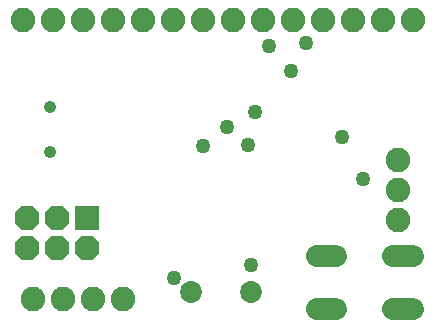
<source format=gbs>
G75*
%MOIN*%
%OFA0B0*%
%FSLAX25Y25*%
%IPPOS*%
%LPD*%
%AMOC8*
5,1,8,0,0,1.08239X$1,22.5*
%
%ADD10R,0.08200X0.08200*%
%ADD11OC8,0.08200*%
%ADD12C,0.04146*%
%ADD13C,0.07200*%
%ADD14C,0.07300*%
%ADD15C,0.08200*%
%ADD16C,0.04965*%
D10*
X0042346Y0039800D03*
D11*
X0032346Y0039800D03*
X0022346Y0039800D03*
X0022346Y0029800D03*
X0032346Y0029800D03*
X0042346Y0029800D03*
D12*
X0030008Y0061820D03*
X0030008Y0076780D03*
D13*
X0118846Y0027200D02*
X0125246Y0027200D01*
X0144446Y0027200D02*
X0150846Y0027200D01*
X0150846Y0009400D02*
X0144446Y0009400D01*
X0125246Y0009400D02*
X0118846Y0009400D01*
D14*
X0096846Y0015300D03*
X0076846Y0015300D03*
D15*
X0024346Y0012800D03*
X0034346Y0012800D03*
X0044346Y0012800D03*
X0054346Y0012800D03*
X0145846Y0039300D03*
X0145846Y0049300D03*
X0145846Y0059300D03*
X0140846Y0105800D03*
X0130846Y0105800D03*
X0120846Y0105800D03*
X0110846Y0105800D03*
X0100846Y0105800D03*
X0090846Y0105800D03*
X0080846Y0105800D03*
X0070846Y0105800D03*
X0060846Y0105800D03*
X0050846Y0105800D03*
X0040846Y0105800D03*
X0030846Y0105800D03*
X0020846Y0105800D03*
X0150846Y0105800D03*
D16*
X0115346Y0098300D03*
X0102846Y0097300D03*
X0110346Y0088800D03*
X0098346Y0075300D03*
X0088846Y0070300D03*
X0095846Y0064300D03*
X0080846Y0063800D03*
X0127346Y0066800D03*
X0134346Y0052800D03*
X0096846Y0024300D03*
X0071346Y0019800D03*
M02*

</source>
